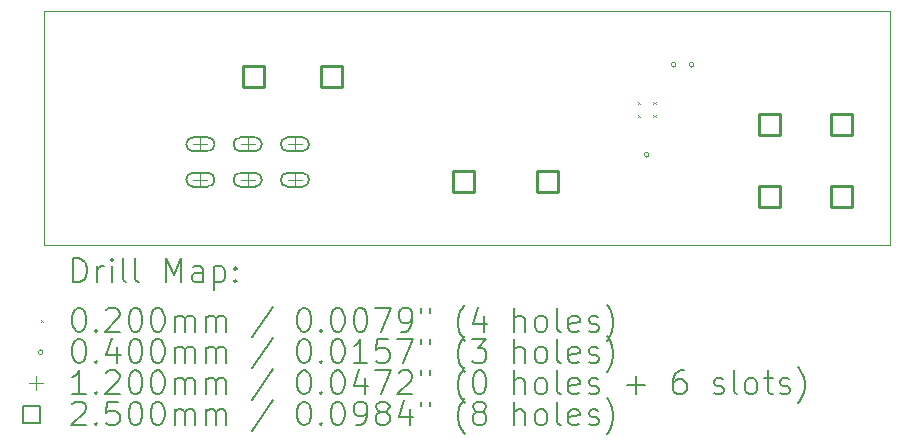
<source format=gbr>
%TF.GenerationSoftware,KiCad,Pcbnew,6.0.8-f2edbf62ab~116~ubuntu20.04.1*%
%TF.CreationDate,2022-11-14T20:51:57-05:00*%
%TF.ProjectId,solar_lights,736f6c61-725f-46c6-9967-6874732e6b69,rev?*%
%TF.SameCoordinates,Original*%
%TF.FileFunction,Drillmap*%
%TF.FilePolarity,Positive*%
%FSLAX45Y45*%
G04 Gerber Fmt 4.5, Leading zero omitted, Abs format (unit mm)*
G04 Created by KiCad (PCBNEW 6.0.8-f2edbf62ab~116~ubuntu20.04.1) date 2022-11-14 20:51:57*
%MOMM*%
%LPD*%
G01*
G04 APERTURE LIST*
%ADD10C,0.100000*%
%ADD11C,0.200000*%
%ADD12C,0.020000*%
%ADD13C,0.040000*%
%ADD14C,0.120000*%
%ADD15C,0.250000*%
G04 APERTURE END LIST*
D10*
X19304000Y-11684000D02*
X12141200Y-11684000D01*
X12141200Y-11684000D02*
X12141200Y-9702800D01*
X12141200Y-9702800D02*
X19304000Y-9702800D01*
X19304000Y-9702800D02*
X19304000Y-11684000D01*
D11*
D12*
X17171600Y-10476000D02*
X17191600Y-10496000D01*
X17191600Y-10476000D02*
X17171600Y-10496000D01*
X17171600Y-10586000D02*
X17191600Y-10606000D01*
X17191600Y-10586000D02*
X17171600Y-10606000D01*
X17301600Y-10476000D02*
X17321600Y-10496000D01*
X17321600Y-10476000D02*
X17301600Y-10496000D01*
X17301600Y-10586000D02*
X17321600Y-10606000D01*
X17321600Y-10586000D02*
X17301600Y-10606000D01*
D13*
X17266600Y-10922000D02*
G75*
G03*
X17266600Y-10922000I-20000J0D01*
G01*
X17495200Y-10160000D02*
G75*
G03*
X17495200Y-10160000I-20000J0D01*
G01*
X17647600Y-10160000D02*
G75*
G03*
X17647600Y-10160000I-20000J0D01*
G01*
D14*
X13468350Y-10773100D02*
X13468350Y-10893100D01*
X13408350Y-10833100D02*
X13528350Y-10833100D01*
D11*
X13528350Y-10773100D02*
X13408350Y-10773100D01*
X13528350Y-10893100D02*
X13408350Y-10893100D01*
X13408350Y-10773100D02*
G75*
G03*
X13408350Y-10893100I0J-60000D01*
G01*
X13528350Y-10893100D02*
G75*
G03*
X13528350Y-10773100I0J60000D01*
G01*
D14*
X13468350Y-11073100D02*
X13468350Y-11193100D01*
X13408350Y-11133100D02*
X13528350Y-11133100D01*
D11*
X13528350Y-11073100D02*
X13408350Y-11073100D01*
X13528350Y-11193100D02*
X13408350Y-11193100D01*
X13408350Y-11073100D02*
G75*
G03*
X13408350Y-11193100I0J-60000D01*
G01*
X13528350Y-11193100D02*
G75*
G03*
X13528350Y-11073100I0J60000D01*
G01*
D14*
X13868350Y-10773100D02*
X13868350Y-10893100D01*
X13808350Y-10833100D02*
X13928350Y-10833100D01*
D11*
X13928350Y-10773100D02*
X13808350Y-10773100D01*
X13928350Y-10893100D02*
X13808350Y-10893100D01*
X13808350Y-10773100D02*
G75*
G03*
X13808350Y-10893100I0J-60000D01*
G01*
X13928350Y-10893100D02*
G75*
G03*
X13928350Y-10773100I0J60000D01*
G01*
D14*
X13868350Y-11073100D02*
X13868350Y-11193100D01*
X13808350Y-11133100D02*
X13928350Y-11133100D01*
D11*
X13928350Y-11073100D02*
X13808350Y-11073100D01*
X13928350Y-11193100D02*
X13808350Y-11193100D01*
X13808350Y-11073100D02*
G75*
G03*
X13808350Y-11193100I0J-60000D01*
G01*
X13928350Y-11193100D02*
G75*
G03*
X13928350Y-11073100I0J60000D01*
G01*
D14*
X14268350Y-10773100D02*
X14268350Y-10893100D01*
X14208350Y-10833100D02*
X14328350Y-10833100D01*
D11*
X14328350Y-10773100D02*
X14208350Y-10773100D01*
X14328350Y-10893100D02*
X14208350Y-10893100D01*
X14208350Y-10773100D02*
G75*
G03*
X14208350Y-10893100I0J-60000D01*
G01*
X14328350Y-10893100D02*
G75*
G03*
X14328350Y-10773100I0J60000D01*
G01*
D14*
X14268350Y-11073100D02*
X14268350Y-11193100D01*
X14208350Y-11133100D02*
X14328350Y-11133100D01*
D11*
X14328350Y-11073100D02*
X14208350Y-11073100D01*
X14328350Y-11193100D02*
X14208350Y-11193100D01*
X14208350Y-11073100D02*
G75*
G03*
X14208350Y-11193100I0J-60000D01*
G01*
X14328350Y-11193100D02*
G75*
G03*
X14328350Y-11073100I0J60000D01*
G01*
D15*
X14007589Y-10349989D02*
X14007589Y-10173211D01*
X13830811Y-10173211D01*
X13830811Y-10349989D01*
X14007589Y-10349989D01*
X14667989Y-10349989D02*
X14667989Y-10173211D01*
X14491211Y-10173211D01*
X14491211Y-10349989D01*
X14667989Y-10349989D01*
X15785589Y-11238989D02*
X15785589Y-11062211D01*
X15608811Y-11062211D01*
X15608811Y-11238989D01*
X15785589Y-11238989D01*
X16496789Y-11238989D02*
X16496789Y-11062211D01*
X16320011Y-11062211D01*
X16320011Y-11238989D01*
X16496789Y-11238989D01*
X18376389Y-10756389D02*
X18376389Y-10579611D01*
X18199611Y-10579611D01*
X18199611Y-10756389D01*
X18376389Y-10756389D01*
X18376389Y-11365989D02*
X18376389Y-11189211D01*
X18199611Y-11189211D01*
X18199611Y-11365989D01*
X18376389Y-11365989D01*
X18985989Y-10756389D02*
X18985989Y-10579611D01*
X18809211Y-10579611D01*
X18809211Y-10756389D01*
X18985989Y-10756389D01*
X18985989Y-11365989D02*
X18985989Y-11189211D01*
X18809211Y-11189211D01*
X18809211Y-11365989D01*
X18985989Y-11365989D01*
D11*
X12393819Y-11999476D02*
X12393819Y-11799476D01*
X12441438Y-11799476D01*
X12470009Y-11809000D01*
X12489057Y-11828048D01*
X12498581Y-11847095D01*
X12508105Y-11885190D01*
X12508105Y-11913762D01*
X12498581Y-11951857D01*
X12489057Y-11970905D01*
X12470009Y-11989952D01*
X12441438Y-11999476D01*
X12393819Y-11999476D01*
X12593819Y-11999476D02*
X12593819Y-11866143D01*
X12593819Y-11904238D02*
X12603343Y-11885190D01*
X12612867Y-11875667D01*
X12631914Y-11866143D01*
X12650962Y-11866143D01*
X12717628Y-11999476D02*
X12717628Y-11866143D01*
X12717628Y-11799476D02*
X12708105Y-11809000D01*
X12717628Y-11818524D01*
X12727152Y-11809000D01*
X12717628Y-11799476D01*
X12717628Y-11818524D01*
X12841438Y-11999476D02*
X12822390Y-11989952D01*
X12812867Y-11970905D01*
X12812867Y-11799476D01*
X12946200Y-11999476D02*
X12927152Y-11989952D01*
X12917628Y-11970905D01*
X12917628Y-11799476D01*
X13174771Y-11999476D02*
X13174771Y-11799476D01*
X13241438Y-11942333D01*
X13308105Y-11799476D01*
X13308105Y-11999476D01*
X13489057Y-11999476D02*
X13489057Y-11894714D01*
X13479533Y-11875667D01*
X13460486Y-11866143D01*
X13422390Y-11866143D01*
X13403343Y-11875667D01*
X13489057Y-11989952D02*
X13470009Y-11999476D01*
X13422390Y-11999476D01*
X13403343Y-11989952D01*
X13393819Y-11970905D01*
X13393819Y-11951857D01*
X13403343Y-11932809D01*
X13422390Y-11923286D01*
X13470009Y-11923286D01*
X13489057Y-11913762D01*
X13584295Y-11866143D02*
X13584295Y-12066143D01*
X13584295Y-11875667D02*
X13603343Y-11866143D01*
X13641438Y-11866143D01*
X13660486Y-11875667D01*
X13670009Y-11885190D01*
X13679533Y-11904238D01*
X13679533Y-11961381D01*
X13670009Y-11980428D01*
X13660486Y-11989952D01*
X13641438Y-11999476D01*
X13603343Y-11999476D01*
X13584295Y-11989952D01*
X13765248Y-11980428D02*
X13774771Y-11989952D01*
X13765248Y-11999476D01*
X13755724Y-11989952D01*
X13765248Y-11980428D01*
X13765248Y-11999476D01*
X13765248Y-11875667D02*
X13774771Y-11885190D01*
X13765248Y-11894714D01*
X13755724Y-11885190D01*
X13765248Y-11875667D01*
X13765248Y-11894714D01*
D12*
X12116200Y-12319000D02*
X12136200Y-12339000D01*
X12136200Y-12319000D02*
X12116200Y-12339000D01*
D11*
X12431914Y-12219476D02*
X12450962Y-12219476D01*
X12470009Y-12229000D01*
X12479533Y-12238524D01*
X12489057Y-12257571D01*
X12498581Y-12295667D01*
X12498581Y-12343286D01*
X12489057Y-12381381D01*
X12479533Y-12400428D01*
X12470009Y-12409952D01*
X12450962Y-12419476D01*
X12431914Y-12419476D01*
X12412867Y-12409952D01*
X12403343Y-12400428D01*
X12393819Y-12381381D01*
X12384295Y-12343286D01*
X12384295Y-12295667D01*
X12393819Y-12257571D01*
X12403343Y-12238524D01*
X12412867Y-12229000D01*
X12431914Y-12219476D01*
X12584295Y-12400428D02*
X12593819Y-12409952D01*
X12584295Y-12419476D01*
X12574771Y-12409952D01*
X12584295Y-12400428D01*
X12584295Y-12419476D01*
X12670009Y-12238524D02*
X12679533Y-12229000D01*
X12698581Y-12219476D01*
X12746200Y-12219476D01*
X12765248Y-12229000D01*
X12774771Y-12238524D01*
X12784295Y-12257571D01*
X12784295Y-12276619D01*
X12774771Y-12305190D01*
X12660486Y-12419476D01*
X12784295Y-12419476D01*
X12908105Y-12219476D02*
X12927152Y-12219476D01*
X12946200Y-12229000D01*
X12955724Y-12238524D01*
X12965248Y-12257571D01*
X12974771Y-12295667D01*
X12974771Y-12343286D01*
X12965248Y-12381381D01*
X12955724Y-12400428D01*
X12946200Y-12409952D01*
X12927152Y-12419476D01*
X12908105Y-12419476D01*
X12889057Y-12409952D01*
X12879533Y-12400428D01*
X12870009Y-12381381D01*
X12860486Y-12343286D01*
X12860486Y-12295667D01*
X12870009Y-12257571D01*
X12879533Y-12238524D01*
X12889057Y-12229000D01*
X12908105Y-12219476D01*
X13098581Y-12219476D02*
X13117628Y-12219476D01*
X13136676Y-12229000D01*
X13146200Y-12238524D01*
X13155724Y-12257571D01*
X13165248Y-12295667D01*
X13165248Y-12343286D01*
X13155724Y-12381381D01*
X13146200Y-12400428D01*
X13136676Y-12409952D01*
X13117628Y-12419476D01*
X13098581Y-12419476D01*
X13079533Y-12409952D01*
X13070009Y-12400428D01*
X13060486Y-12381381D01*
X13050962Y-12343286D01*
X13050962Y-12295667D01*
X13060486Y-12257571D01*
X13070009Y-12238524D01*
X13079533Y-12229000D01*
X13098581Y-12219476D01*
X13250962Y-12419476D02*
X13250962Y-12286143D01*
X13250962Y-12305190D02*
X13260486Y-12295667D01*
X13279533Y-12286143D01*
X13308105Y-12286143D01*
X13327152Y-12295667D01*
X13336676Y-12314714D01*
X13336676Y-12419476D01*
X13336676Y-12314714D02*
X13346200Y-12295667D01*
X13365248Y-12286143D01*
X13393819Y-12286143D01*
X13412867Y-12295667D01*
X13422390Y-12314714D01*
X13422390Y-12419476D01*
X13517628Y-12419476D02*
X13517628Y-12286143D01*
X13517628Y-12305190D02*
X13527152Y-12295667D01*
X13546200Y-12286143D01*
X13574771Y-12286143D01*
X13593819Y-12295667D01*
X13603343Y-12314714D01*
X13603343Y-12419476D01*
X13603343Y-12314714D02*
X13612867Y-12295667D01*
X13631914Y-12286143D01*
X13660486Y-12286143D01*
X13679533Y-12295667D01*
X13689057Y-12314714D01*
X13689057Y-12419476D01*
X14079533Y-12209952D02*
X13908105Y-12467095D01*
X14336676Y-12219476D02*
X14355724Y-12219476D01*
X14374771Y-12229000D01*
X14384295Y-12238524D01*
X14393819Y-12257571D01*
X14403343Y-12295667D01*
X14403343Y-12343286D01*
X14393819Y-12381381D01*
X14384295Y-12400428D01*
X14374771Y-12409952D01*
X14355724Y-12419476D01*
X14336676Y-12419476D01*
X14317628Y-12409952D01*
X14308105Y-12400428D01*
X14298581Y-12381381D01*
X14289057Y-12343286D01*
X14289057Y-12295667D01*
X14298581Y-12257571D01*
X14308105Y-12238524D01*
X14317628Y-12229000D01*
X14336676Y-12219476D01*
X14489057Y-12400428D02*
X14498581Y-12409952D01*
X14489057Y-12419476D01*
X14479533Y-12409952D01*
X14489057Y-12400428D01*
X14489057Y-12419476D01*
X14622390Y-12219476D02*
X14641438Y-12219476D01*
X14660486Y-12229000D01*
X14670009Y-12238524D01*
X14679533Y-12257571D01*
X14689057Y-12295667D01*
X14689057Y-12343286D01*
X14679533Y-12381381D01*
X14670009Y-12400428D01*
X14660486Y-12409952D01*
X14641438Y-12419476D01*
X14622390Y-12419476D01*
X14603343Y-12409952D01*
X14593819Y-12400428D01*
X14584295Y-12381381D01*
X14574771Y-12343286D01*
X14574771Y-12295667D01*
X14584295Y-12257571D01*
X14593819Y-12238524D01*
X14603343Y-12229000D01*
X14622390Y-12219476D01*
X14812867Y-12219476D02*
X14831914Y-12219476D01*
X14850962Y-12229000D01*
X14860486Y-12238524D01*
X14870009Y-12257571D01*
X14879533Y-12295667D01*
X14879533Y-12343286D01*
X14870009Y-12381381D01*
X14860486Y-12400428D01*
X14850962Y-12409952D01*
X14831914Y-12419476D01*
X14812867Y-12419476D01*
X14793819Y-12409952D01*
X14784295Y-12400428D01*
X14774771Y-12381381D01*
X14765248Y-12343286D01*
X14765248Y-12295667D01*
X14774771Y-12257571D01*
X14784295Y-12238524D01*
X14793819Y-12229000D01*
X14812867Y-12219476D01*
X14946200Y-12219476D02*
X15079533Y-12219476D01*
X14993819Y-12419476D01*
X15165248Y-12419476D02*
X15203343Y-12419476D01*
X15222390Y-12409952D01*
X15231914Y-12400428D01*
X15250962Y-12371857D01*
X15260486Y-12333762D01*
X15260486Y-12257571D01*
X15250962Y-12238524D01*
X15241438Y-12229000D01*
X15222390Y-12219476D01*
X15184295Y-12219476D01*
X15165248Y-12229000D01*
X15155724Y-12238524D01*
X15146200Y-12257571D01*
X15146200Y-12305190D01*
X15155724Y-12324238D01*
X15165248Y-12333762D01*
X15184295Y-12343286D01*
X15222390Y-12343286D01*
X15241438Y-12333762D01*
X15250962Y-12324238D01*
X15260486Y-12305190D01*
X15336676Y-12219476D02*
X15336676Y-12257571D01*
X15412867Y-12219476D02*
X15412867Y-12257571D01*
X15708105Y-12495667D02*
X15698581Y-12486143D01*
X15679533Y-12457571D01*
X15670009Y-12438524D01*
X15660486Y-12409952D01*
X15650962Y-12362333D01*
X15650962Y-12324238D01*
X15660486Y-12276619D01*
X15670009Y-12248048D01*
X15679533Y-12229000D01*
X15698581Y-12200428D01*
X15708105Y-12190905D01*
X15870009Y-12286143D02*
X15870009Y-12419476D01*
X15822390Y-12209952D02*
X15774771Y-12352809D01*
X15898581Y-12352809D01*
X16127152Y-12419476D02*
X16127152Y-12219476D01*
X16212867Y-12419476D02*
X16212867Y-12314714D01*
X16203343Y-12295667D01*
X16184295Y-12286143D01*
X16155724Y-12286143D01*
X16136676Y-12295667D01*
X16127152Y-12305190D01*
X16336676Y-12419476D02*
X16317628Y-12409952D01*
X16308105Y-12400428D01*
X16298581Y-12381381D01*
X16298581Y-12324238D01*
X16308105Y-12305190D01*
X16317628Y-12295667D01*
X16336676Y-12286143D01*
X16365248Y-12286143D01*
X16384295Y-12295667D01*
X16393819Y-12305190D01*
X16403343Y-12324238D01*
X16403343Y-12381381D01*
X16393819Y-12400428D01*
X16384295Y-12409952D01*
X16365248Y-12419476D01*
X16336676Y-12419476D01*
X16517628Y-12419476D02*
X16498581Y-12409952D01*
X16489057Y-12390905D01*
X16489057Y-12219476D01*
X16670009Y-12409952D02*
X16650962Y-12419476D01*
X16612867Y-12419476D01*
X16593819Y-12409952D01*
X16584295Y-12390905D01*
X16584295Y-12314714D01*
X16593819Y-12295667D01*
X16612867Y-12286143D01*
X16650962Y-12286143D01*
X16670009Y-12295667D01*
X16679533Y-12314714D01*
X16679533Y-12333762D01*
X16584295Y-12352809D01*
X16755724Y-12409952D02*
X16774771Y-12419476D01*
X16812867Y-12419476D01*
X16831914Y-12409952D01*
X16841438Y-12390905D01*
X16841438Y-12381381D01*
X16831914Y-12362333D01*
X16812867Y-12352809D01*
X16784295Y-12352809D01*
X16765248Y-12343286D01*
X16755724Y-12324238D01*
X16755724Y-12314714D01*
X16765248Y-12295667D01*
X16784295Y-12286143D01*
X16812867Y-12286143D01*
X16831914Y-12295667D01*
X16908105Y-12495667D02*
X16917629Y-12486143D01*
X16936676Y-12457571D01*
X16946200Y-12438524D01*
X16955724Y-12409952D01*
X16965248Y-12362333D01*
X16965248Y-12324238D01*
X16955724Y-12276619D01*
X16946200Y-12248048D01*
X16936676Y-12229000D01*
X16917629Y-12200428D01*
X16908105Y-12190905D01*
D13*
X12136200Y-12593000D02*
G75*
G03*
X12136200Y-12593000I-20000J0D01*
G01*
D11*
X12431914Y-12483476D02*
X12450962Y-12483476D01*
X12470009Y-12493000D01*
X12479533Y-12502524D01*
X12489057Y-12521571D01*
X12498581Y-12559667D01*
X12498581Y-12607286D01*
X12489057Y-12645381D01*
X12479533Y-12664428D01*
X12470009Y-12673952D01*
X12450962Y-12683476D01*
X12431914Y-12683476D01*
X12412867Y-12673952D01*
X12403343Y-12664428D01*
X12393819Y-12645381D01*
X12384295Y-12607286D01*
X12384295Y-12559667D01*
X12393819Y-12521571D01*
X12403343Y-12502524D01*
X12412867Y-12493000D01*
X12431914Y-12483476D01*
X12584295Y-12664428D02*
X12593819Y-12673952D01*
X12584295Y-12683476D01*
X12574771Y-12673952D01*
X12584295Y-12664428D01*
X12584295Y-12683476D01*
X12765248Y-12550143D02*
X12765248Y-12683476D01*
X12717628Y-12473952D02*
X12670009Y-12616809D01*
X12793819Y-12616809D01*
X12908105Y-12483476D02*
X12927152Y-12483476D01*
X12946200Y-12493000D01*
X12955724Y-12502524D01*
X12965248Y-12521571D01*
X12974771Y-12559667D01*
X12974771Y-12607286D01*
X12965248Y-12645381D01*
X12955724Y-12664428D01*
X12946200Y-12673952D01*
X12927152Y-12683476D01*
X12908105Y-12683476D01*
X12889057Y-12673952D01*
X12879533Y-12664428D01*
X12870009Y-12645381D01*
X12860486Y-12607286D01*
X12860486Y-12559667D01*
X12870009Y-12521571D01*
X12879533Y-12502524D01*
X12889057Y-12493000D01*
X12908105Y-12483476D01*
X13098581Y-12483476D02*
X13117628Y-12483476D01*
X13136676Y-12493000D01*
X13146200Y-12502524D01*
X13155724Y-12521571D01*
X13165248Y-12559667D01*
X13165248Y-12607286D01*
X13155724Y-12645381D01*
X13146200Y-12664428D01*
X13136676Y-12673952D01*
X13117628Y-12683476D01*
X13098581Y-12683476D01*
X13079533Y-12673952D01*
X13070009Y-12664428D01*
X13060486Y-12645381D01*
X13050962Y-12607286D01*
X13050962Y-12559667D01*
X13060486Y-12521571D01*
X13070009Y-12502524D01*
X13079533Y-12493000D01*
X13098581Y-12483476D01*
X13250962Y-12683476D02*
X13250962Y-12550143D01*
X13250962Y-12569190D02*
X13260486Y-12559667D01*
X13279533Y-12550143D01*
X13308105Y-12550143D01*
X13327152Y-12559667D01*
X13336676Y-12578714D01*
X13336676Y-12683476D01*
X13336676Y-12578714D02*
X13346200Y-12559667D01*
X13365248Y-12550143D01*
X13393819Y-12550143D01*
X13412867Y-12559667D01*
X13422390Y-12578714D01*
X13422390Y-12683476D01*
X13517628Y-12683476D02*
X13517628Y-12550143D01*
X13517628Y-12569190D02*
X13527152Y-12559667D01*
X13546200Y-12550143D01*
X13574771Y-12550143D01*
X13593819Y-12559667D01*
X13603343Y-12578714D01*
X13603343Y-12683476D01*
X13603343Y-12578714D02*
X13612867Y-12559667D01*
X13631914Y-12550143D01*
X13660486Y-12550143D01*
X13679533Y-12559667D01*
X13689057Y-12578714D01*
X13689057Y-12683476D01*
X14079533Y-12473952D02*
X13908105Y-12731095D01*
X14336676Y-12483476D02*
X14355724Y-12483476D01*
X14374771Y-12493000D01*
X14384295Y-12502524D01*
X14393819Y-12521571D01*
X14403343Y-12559667D01*
X14403343Y-12607286D01*
X14393819Y-12645381D01*
X14384295Y-12664428D01*
X14374771Y-12673952D01*
X14355724Y-12683476D01*
X14336676Y-12683476D01*
X14317628Y-12673952D01*
X14308105Y-12664428D01*
X14298581Y-12645381D01*
X14289057Y-12607286D01*
X14289057Y-12559667D01*
X14298581Y-12521571D01*
X14308105Y-12502524D01*
X14317628Y-12493000D01*
X14336676Y-12483476D01*
X14489057Y-12664428D02*
X14498581Y-12673952D01*
X14489057Y-12683476D01*
X14479533Y-12673952D01*
X14489057Y-12664428D01*
X14489057Y-12683476D01*
X14622390Y-12483476D02*
X14641438Y-12483476D01*
X14660486Y-12493000D01*
X14670009Y-12502524D01*
X14679533Y-12521571D01*
X14689057Y-12559667D01*
X14689057Y-12607286D01*
X14679533Y-12645381D01*
X14670009Y-12664428D01*
X14660486Y-12673952D01*
X14641438Y-12683476D01*
X14622390Y-12683476D01*
X14603343Y-12673952D01*
X14593819Y-12664428D01*
X14584295Y-12645381D01*
X14574771Y-12607286D01*
X14574771Y-12559667D01*
X14584295Y-12521571D01*
X14593819Y-12502524D01*
X14603343Y-12493000D01*
X14622390Y-12483476D01*
X14879533Y-12683476D02*
X14765248Y-12683476D01*
X14822390Y-12683476D02*
X14822390Y-12483476D01*
X14803343Y-12512048D01*
X14784295Y-12531095D01*
X14765248Y-12540619D01*
X15060486Y-12483476D02*
X14965248Y-12483476D01*
X14955724Y-12578714D01*
X14965248Y-12569190D01*
X14984295Y-12559667D01*
X15031914Y-12559667D01*
X15050962Y-12569190D01*
X15060486Y-12578714D01*
X15070009Y-12597762D01*
X15070009Y-12645381D01*
X15060486Y-12664428D01*
X15050962Y-12673952D01*
X15031914Y-12683476D01*
X14984295Y-12683476D01*
X14965248Y-12673952D01*
X14955724Y-12664428D01*
X15136676Y-12483476D02*
X15270009Y-12483476D01*
X15184295Y-12683476D01*
X15336676Y-12483476D02*
X15336676Y-12521571D01*
X15412867Y-12483476D02*
X15412867Y-12521571D01*
X15708105Y-12759667D02*
X15698581Y-12750143D01*
X15679533Y-12721571D01*
X15670009Y-12702524D01*
X15660486Y-12673952D01*
X15650962Y-12626333D01*
X15650962Y-12588238D01*
X15660486Y-12540619D01*
X15670009Y-12512048D01*
X15679533Y-12493000D01*
X15698581Y-12464428D01*
X15708105Y-12454905D01*
X15765248Y-12483476D02*
X15889057Y-12483476D01*
X15822390Y-12559667D01*
X15850962Y-12559667D01*
X15870009Y-12569190D01*
X15879533Y-12578714D01*
X15889057Y-12597762D01*
X15889057Y-12645381D01*
X15879533Y-12664428D01*
X15870009Y-12673952D01*
X15850962Y-12683476D01*
X15793819Y-12683476D01*
X15774771Y-12673952D01*
X15765248Y-12664428D01*
X16127152Y-12683476D02*
X16127152Y-12483476D01*
X16212867Y-12683476D02*
X16212867Y-12578714D01*
X16203343Y-12559667D01*
X16184295Y-12550143D01*
X16155724Y-12550143D01*
X16136676Y-12559667D01*
X16127152Y-12569190D01*
X16336676Y-12683476D02*
X16317628Y-12673952D01*
X16308105Y-12664428D01*
X16298581Y-12645381D01*
X16298581Y-12588238D01*
X16308105Y-12569190D01*
X16317628Y-12559667D01*
X16336676Y-12550143D01*
X16365248Y-12550143D01*
X16384295Y-12559667D01*
X16393819Y-12569190D01*
X16403343Y-12588238D01*
X16403343Y-12645381D01*
X16393819Y-12664428D01*
X16384295Y-12673952D01*
X16365248Y-12683476D01*
X16336676Y-12683476D01*
X16517628Y-12683476D02*
X16498581Y-12673952D01*
X16489057Y-12654905D01*
X16489057Y-12483476D01*
X16670009Y-12673952D02*
X16650962Y-12683476D01*
X16612867Y-12683476D01*
X16593819Y-12673952D01*
X16584295Y-12654905D01*
X16584295Y-12578714D01*
X16593819Y-12559667D01*
X16612867Y-12550143D01*
X16650962Y-12550143D01*
X16670009Y-12559667D01*
X16679533Y-12578714D01*
X16679533Y-12597762D01*
X16584295Y-12616809D01*
X16755724Y-12673952D02*
X16774771Y-12683476D01*
X16812867Y-12683476D01*
X16831914Y-12673952D01*
X16841438Y-12654905D01*
X16841438Y-12645381D01*
X16831914Y-12626333D01*
X16812867Y-12616809D01*
X16784295Y-12616809D01*
X16765248Y-12607286D01*
X16755724Y-12588238D01*
X16755724Y-12578714D01*
X16765248Y-12559667D01*
X16784295Y-12550143D01*
X16812867Y-12550143D01*
X16831914Y-12559667D01*
X16908105Y-12759667D02*
X16917629Y-12750143D01*
X16936676Y-12721571D01*
X16946200Y-12702524D01*
X16955724Y-12673952D01*
X16965248Y-12626333D01*
X16965248Y-12588238D01*
X16955724Y-12540619D01*
X16946200Y-12512048D01*
X16936676Y-12493000D01*
X16917629Y-12464428D01*
X16908105Y-12454905D01*
D14*
X12076200Y-12797000D02*
X12076200Y-12917000D01*
X12016200Y-12857000D02*
X12136200Y-12857000D01*
D11*
X12498581Y-12947476D02*
X12384295Y-12947476D01*
X12441438Y-12947476D02*
X12441438Y-12747476D01*
X12422390Y-12776048D01*
X12403343Y-12795095D01*
X12384295Y-12804619D01*
X12584295Y-12928428D02*
X12593819Y-12937952D01*
X12584295Y-12947476D01*
X12574771Y-12937952D01*
X12584295Y-12928428D01*
X12584295Y-12947476D01*
X12670009Y-12766524D02*
X12679533Y-12757000D01*
X12698581Y-12747476D01*
X12746200Y-12747476D01*
X12765248Y-12757000D01*
X12774771Y-12766524D01*
X12784295Y-12785571D01*
X12784295Y-12804619D01*
X12774771Y-12833190D01*
X12660486Y-12947476D01*
X12784295Y-12947476D01*
X12908105Y-12747476D02*
X12927152Y-12747476D01*
X12946200Y-12757000D01*
X12955724Y-12766524D01*
X12965248Y-12785571D01*
X12974771Y-12823667D01*
X12974771Y-12871286D01*
X12965248Y-12909381D01*
X12955724Y-12928428D01*
X12946200Y-12937952D01*
X12927152Y-12947476D01*
X12908105Y-12947476D01*
X12889057Y-12937952D01*
X12879533Y-12928428D01*
X12870009Y-12909381D01*
X12860486Y-12871286D01*
X12860486Y-12823667D01*
X12870009Y-12785571D01*
X12879533Y-12766524D01*
X12889057Y-12757000D01*
X12908105Y-12747476D01*
X13098581Y-12747476D02*
X13117628Y-12747476D01*
X13136676Y-12757000D01*
X13146200Y-12766524D01*
X13155724Y-12785571D01*
X13165248Y-12823667D01*
X13165248Y-12871286D01*
X13155724Y-12909381D01*
X13146200Y-12928428D01*
X13136676Y-12937952D01*
X13117628Y-12947476D01*
X13098581Y-12947476D01*
X13079533Y-12937952D01*
X13070009Y-12928428D01*
X13060486Y-12909381D01*
X13050962Y-12871286D01*
X13050962Y-12823667D01*
X13060486Y-12785571D01*
X13070009Y-12766524D01*
X13079533Y-12757000D01*
X13098581Y-12747476D01*
X13250962Y-12947476D02*
X13250962Y-12814143D01*
X13250962Y-12833190D02*
X13260486Y-12823667D01*
X13279533Y-12814143D01*
X13308105Y-12814143D01*
X13327152Y-12823667D01*
X13336676Y-12842714D01*
X13336676Y-12947476D01*
X13336676Y-12842714D02*
X13346200Y-12823667D01*
X13365248Y-12814143D01*
X13393819Y-12814143D01*
X13412867Y-12823667D01*
X13422390Y-12842714D01*
X13422390Y-12947476D01*
X13517628Y-12947476D02*
X13517628Y-12814143D01*
X13517628Y-12833190D02*
X13527152Y-12823667D01*
X13546200Y-12814143D01*
X13574771Y-12814143D01*
X13593819Y-12823667D01*
X13603343Y-12842714D01*
X13603343Y-12947476D01*
X13603343Y-12842714D02*
X13612867Y-12823667D01*
X13631914Y-12814143D01*
X13660486Y-12814143D01*
X13679533Y-12823667D01*
X13689057Y-12842714D01*
X13689057Y-12947476D01*
X14079533Y-12737952D02*
X13908105Y-12995095D01*
X14336676Y-12747476D02*
X14355724Y-12747476D01*
X14374771Y-12757000D01*
X14384295Y-12766524D01*
X14393819Y-12785571D01*
X14403343Y-12823667D01*
X14403343Y-12871286D01*
X14393819Y-12909381D01*
X14384295Y-12928428D01*
X14374771Y-12937952D01*
X14355724Y-12947476D01*
X14336676Y-12947476D01*
X14317628Y-12937952D01*
X14308105Y-12928428D01*
X14298581Y-12909381D01*
X14289057Y-12871286D01*
X14289057Y-12823667D01*
X14298581Y-12785571D01*
X14308105Y-12766524D01*
X14317628Y-12757000D01*
X14336676Y-12747476D01*
X14489057Y-12928428D02*
X14498581Y-12937952D01*
X14489057Y-12947476D01*
X14479533Y-12937952D01*
X14489057Y-12928428D01*
X14489057Y-12947476D01*
X14622390Y-12747476D02*
X14641438Y-12747476D01*
X14660486Y-12757000D01*
X14670009Y-12766524D01*
X14679533Y-12785571D01*
X14689057Y-12823667D01*
X14689057Y-12871286D01*
X14679533Y-12909381D01*
X14670009Y-12928428D01*
X14660486Y-12937952D01*
X14641438Y-12947476D01*
X14622390Y-12947476D01*
X14603343Y-12937952D01*
X14593819Y-12928428D01*
X14584295Y-12909381D01*
X14574771Y-12871286D01*
X14574771Y-12823667D01*
X14584295Y-12785571D01*
X14593819Y-12766524D01*
X14603343Y-12757000D01*
X14622390Y-12747476D01*
X14860486Y-12814143D02*
X14860486Y-12947476D01*
X14812867Y-12737952D02*
X14765248Y-12880809D01*
X14889057Y-12880809D01*
X14946200Y-12747476D02*
X15079533Y-12747476D01*
X14993819Y-12947476D01*
X15146200Y-12766524D02*
X15155724Y-12757000D01*
X15174771Y-12747476D01*
X15222390Y-12747476D01*
X15241438Y-12757000D01*
X15250962Y-12766524D01*
X15260486Y-12785571D01*
X15260486Y-12804619D01*
X15250962Y-12833190D01*
X15136676Y-12947476D01*
X15260486Y-12947476D01*
X15336676Y-12747476D02*
X15336676Y-12785571D01*
X15412867Y-12747476D02*
X15412867Y-12785571D01*
X15708105Y-13023667D02*
X15698581Y-13014143D01*
X15679533Y-12985571D01*
X15670009Y-12966524D01*
X15660486Y-12937952D01*
X15650962Y-12890333D01*
X15650962Y-12852238D01*
X15660486Y-12804619D01*
X15670009Y-12776048D01*
X15679533Y-12757000D01*
X15698581Y-12728428D01*
X15708105Y-12718905D01*
X15822390Y-12747476D02*
X15841438Y-12747476D01*
X15860486Y-12757000D01*
X15870009Y-12766524D01*
X15879533Y-12785571D01*
X15889057Y-12823667D01*
X15889057Y-12871286D01*
X15879533Y-12909381D01*
X15870009Y-12928428D01*
X15860486Y-12937952D01*
X15841438Y-12947476D01*
X15822390Y-12947476D01*
X15803343Y-12937952D01*
X15793819Y-12928428D01*
X15784295Y-12909381D01*
X15774771Y-12871286D01*
X15774771Y-12823667D01*
X15784295Y-12785571D01*
X15793819Y-12766524D01*
X15803343Y-12757000D01*
X15822390Y-12747476D01*
X16127152Y-12947476D02*
X16127152Y-12747476D01*
X16212867Y-12947476D02*
X16212867Y-12842714D01*
X16203343Y-12823667D01*
X16184295Y-12814143D01*
X16155724Y-12814143D01*
X16136676Y-12823667D01*
X16127152Y-12833190D01*
X16336676Y-12947476D02*
X16317628Y-12937952D01*
X16308105Y-12928428D01*
X16298581Y-12909381D01*
X16298581Y-12852238D01*
X16308105Y-12833190D01*
X16317628Y-12823667D01*
X16336676Y-12814143D01*
X16365248Y-12814143D01*
X16384295Y-12823667D01*
X16393819Y-12833190D01*
X16403343Y-12852238D01*
X16403343Y-12909381D01*
X16393819Y-12928428D01*
X16384295Y-12937952D01*
X16365248Y-12947476D01*
X16336676Y-12947476D01*
X16517628Y-12947476D02*
X16498581Y-12937952D01*
X16489057Y-12918905D01*
X16489057Y-12747476D01*
X16670009Y-12937952D02*
X16650962Y-12947476D01*
X16612867Y-12947476D01*
X16593819Y-12937952D01*
X16584295Y-12918905D01*
X16584295Y-12842714D01*
X16593819Y-12823667D01*
X16612867Y-12814143D01*
X16650962Y-12814143D01*
X16670009Y-12823667D01*
X16679533Y-12842714D01*
X16679533Y-12861762D01*
X16584295Y-12880809D01*
X16755724Y-12937952D02*
X16774771Y-12947476D01*
X16812867Y-12947476D01*
X16831914Y-12937952D01*
X16841438Y-12918905D01*
X16841438Y-12909381D01*
X16831914Y-12890333D01*
X16812867Y-12880809D01*
X16784295Y-12880809D01*
X16765248Y-12871286D01*
X16755724Y-12852238D01*
X16755724Y-12842714D01*
X16765248Y-12823667D01*
X16784295Y-12814143D01*
X16812867Y-12814143D01*
X16831914Y-12823667D01*
X17079533Y-12871286D02*
X17231914Y-12871286D01*
X17155724Y-12947476D02*
X17155724Y-12795095D01*
X17565248Y-12747476D02*
X17527152Y-12747476D01*
X17508105Y-12757000D01*
X17498581Y-12766524D01*
X17479533Y-12795095D01*
X17470010Y-12833190D01*
X17470010Y-12909381D01*
X17479533Y-12928428D01*
X17489057Y-12937952D01*
X17508105Y-12947476D01*
X17546200Y-12947476D01*
X17565248Y-12937952D01*
X17574771Y-12928428D01*
X17584295Y-12909381D01*
X17584295Y-12861762D01*
X17574771Y-12842714D01*
X17565248Y-12833190D01*
X17546200Y-12823667D01*
X17508105Y-12823667D01*
X17489057Y-12833190D01*
X17479533Y-12842714D01*
X17470010Y-12861762D01*
X17812867Y-12937952D02*
X17831914Y-12947476D01*
X17870010Y-12947476D01*
X17889057Y-12937952D01*
X17898581Y-12918905D01*
X17898581Y-12909381D01*
X17889057Y-12890333D01*
X17870010Y-12880809D01*
X17841438Y-12880809D01*
X17822390Y-12871286D01*
X17812867Y-12852238D01*
X17812867Y-12842714D01*
X17822390Y-12823667D01*
X17841438Y-12814143D01*
X17870010Y-12814143D01*
X17889057Y-12823667D01*
X18012867Y-12947476D02*
X17993819Y-12937952D01*
X17984295Y-12918905D01*
X17984295Y-12747476D01*
X18117629Y-12947476D02*
X18098581Y-12937952D01*
X18089057Y-12928428D01*
X18079533Y-12909381D01*
X18079533Y-12852238D01*
X18089057Y-12833190D01*
X18098581Y-12823667D01*
X18117629Y-12814143D01*
X18146200Y-12814143D01*
X18165248Y-12823667D01*
X18174771Y-12833190D01*
X18184295Y-12852238D01*
X18184295Y-12909381D01*
X18174771Y-12928428D01*
X18165248Y-12937952D01*
X18146200Y-12947476D01*
X18117629Y-12947476D01*
X18241438Y-12814143D02*
X18317629Y-12814143D01*
X18270010Y-12747476D02*
X18270010Y-12918905D01*
X18279533Y-12937952D01*
X18298581Y-12947476D01*
X18317629Y-12947476D01*
X18374771Y-12937952D02*
X18393819Y-12947476D01*
X18431914Y-12947476D01*
X18450962Y-12937952D01*
X18460486Y-12918905D01*
X18460486Y-12909381D01*
X18450962Y-12890333D01*
X18431914Y-12880809D01*
X18403343Y-12880809D01*
X18384295Y-12871286D01*
X18374771Y-12852238D01*
X18374771Y-12842714D01*
X18384295Y-12823667D01*
X18403343Y-12814143D01*
X18431914Y-12814143D01*
X18450962Y-12823667D01*
X18527152Y-13023667D02*
X18536676Y-13014143D01*
X18555724Y-12985571D01*
X18565248Y-12966524D01*
X18574771Y-12937952D01*
X18584295Y-12890333D01*
X18584295Y-12852238D01*
X18574771Y-12804619D01*
X18565248Y-12776048D01*
X18555724Y-12757000D01*
X18536676Y-12728428D01*
X18527152Y-12718905D01*
X12106911Y-13191711D02*
X12106911Y-13050289D01*
X11965489Y-13050289D01*
X11965489Y-13191711D01*
X12106911Y-13191711D01*
X12384295Y-13030524D02*
X12393819Y-13021000D01*
X12412867Y-13011476D01*
X12460486Y-13011476D01*
X12479533Y-13021000D01*
X12489057Y-13030524D01*
X12498581Y-13049571D01*
X12498581Y-13068619D01*
X12489057Y-13097190D01*
X12374771Y-13211476D01*
X12498581Y-13211476D01*
X12584295Y-13192428D02*
X12593819Y-13201952D01*
X12584295Y-13211476D01*
X12574771Y-13201952D01*
X12584295Y-13192428D01*
X12584295Y-13211476D01*
X12774771Y-13011476D02*
X12679533Y-13011476D01*
X12670009Y-13106714D01*
X12679533Y-13097190D01*
X12698581Y-13087667D01*
X12746200Y-13087667D01*
X12765248Y-13097190D01*
X12774771Y-13106714D01*
X12784295Y-13125762D01*
X12784295Y-13173381D01*
X12774771Y-13192428D01*
X12765248Y-13201952D01*
X12746200Y-13211476D01*
X12698581Y-13211476D01*
X12679533Y-13201952D01*
X12670009Y-13192428D01*
X12908105Y-13011476D02*
X12927152Y-13011476D01*
X12946200Y-13021000D01*
X12955724Y-13030524D01*
X12965248Y-13049571D01*
X12974771Y-13087667D01*
X12974771Y-13135286D01*
X12965248Y-13173381D01*
X12955724Y-13192428D01*
X12946200Y-13201952D01*
X12927152Y-13211476D01*
X12908105Y-13211476D01*
X12889057Y-13201952D01*
X12879533Y-13192428D01*
X12870009Y-13173381D01*
X12860486Y-13135286D01*
X12860486Y-13087667D01*
X12870009Y-13049571D01*
X12879533Y-13030524D01*
X12889057Y-13021000D01*
X12908105Y-13011476D01*
X13098581Y-13011476D02*
X13117628Y-13011476D01*
X13136676Y-13021000D01*
X13146200Y-13030524D01*
X13155724Y-13049571D01*
X13165248Y-13087667D01*
X13165248Y-13135286D01*
X13155724Y-13173381D01*
X13146200Y-13192428D01*
X13136676Y-13201952D01*
X13117628Y-13211476D01*
X13098581Y-13211476D01*
X13079533Y-13201952D01*
X13070009Y-13192428D01*
X13060486Y-13173381D01*
X13050962Y-13135286D01*
X13050962Y-13087667D01*
X13060486Y-13049571D01*
X13070009Y-13030524D01*
X13079533Y-13021000D01*
X13098581Y-13011476D01*
X13250962Y-13211476D02*
X13250962Y-13078143D01*
X13250962Y-13097190D02*
X13260486Y-13087667D01*
X13279533Y-13078143D01*
X13308105Y-13078143D01*
X13327152Y-13087667D01*
X13336676Y-13106714D01*
X13336676Y-13211476D01*
X13336676Y-13106714D02*
X13346200Y-13087667D01*
X13365248Y-13078143D01*
X13393819Y-13078143D01*
X13412867Y-13087667D01*
X13422390Y-13106714D01*
X13422390Y-13211476D01*
X13517628Y-13211476D02*
X13517628Y-13078143D01*
X13517628Y-13097190D02*
X13527152Y-13087667D01*
X13546200Y-13078143D01*
X13574771Y-13078143D01*
X13593819Y-13087667D01*
X13603343Y-13106714D01*
X13603343Y-13211476D01*
X13603343Y-13106714D02*
X13612867Y-13087667D01*
X13631914Y-13078143D01*
X13660486Y-13078143D01*
X13679533Y-13087667D01*
X13689057Y-13106714D01*
X13689057Y-13211476D01*
X14079533Y-13001952D02*
X13908105Y-13259095D01*
X14336676Y-13011476D02*
X14355724Y-13011476D01*
X14374771Y-13021000D01*
X14384295Y-13030524D01*
X14393819Y-13049571D01*
X14403343Y-13087667D01*
X14403343Y-13135286D01*
X14393819Y-13173381D01*
X14384295Y-13192428D01*
X14374771Y-13201952D01*
X14355724Y-13211476D01*
X14336676Y-13211476D01*
X14317628Y-13201952D01*
X14308105Y-13192428D01*
X14298581Y-13173381D01*
X14289057Y-13135286D01*
X14289057Y-13087667D01*
X14298581Y-13049571D01*
X14308105Y-13030524D01*
X14317628Y-13021000D01*
X14336676Y-13011476D01*
X14489057Y-13192428D02*
X14498581Y-13201952D01*
X14489057Y-13211476D01*
X14479533Y-13201952D01*
X14489057Y-13192428D01*
X14489057Y-13211476D01*
X14622390Y-13011476D02*
X14641438Y-13011476D01*
X14660486Y-13021000D01*
X14670009Y-13030524D01*
X14679533Y-13049571D01*
X14689057Y-13087667D01*
X14689057Y-13135286D01*
X14679533Y-13173381D01*
X14670009Y-13192428D01*
X14660486Y-13201952D01*
X14641438Y-13211476D01*
X14622390Y-13211476D01*
X14603343Y-13201952D01*
X14593819Y-13192428D01*
X14584295Y-13173381D01*
X14574771Y-13135286D01*
X14574771Y-13087667D01*
X14584295Y-13049571D01*
X14593819Y-13030524D01*
X14603343Y-13021000D01*
X14622390Y-13011476D01*
X14784295Y-13211476D02*
X14822390Y-13211476D01*
X14841438Y-13201952D01*
X14850962Y-13192428D01*
X14870009Y-13163857D01*
X14879533Y-13125762D01*
X14879533Y-13049571D01*
X14870009Y-13030524D01*
X14860486Y-13021000D01*
X14841438Y-13011476D01*
X14803343Y-13011476D01*
X14784295Y-13021000D01*
X14774771Y-13030524D01*
X14765248Y-13049571D01*
X14765248Y-13097190D01*
X14774771Y-13116238D01*
X14784295Y-13125762D01*
X14803343Y-13135286D01*
X14841438Y-13135286D01*
X14860486Y-13125762D01*
X14870009Y-13116238D01*
X14879533Y-13097190D01*
X14993819Y-13097190D02*
X14974771Y-13087667D01*
X14965248Y-13078143D01*
X14955724Y-13059095D01*
X14955724Y-13049571D01*
X14965248Y-13030524D01*
X14974771Y-13021000D01*
X14993819Y-13011476D01*
X15031914Y-13011476D01*
X15050962Y-13021000D01*
X15060486Y-13030524D01*
X15070009Y-13049571D01*
X15070009Y-13059095D01*
X15060486Y-13078143D01*
X15050962Y-13087667D01*
X15031914Y-13097190D01*
X14993819Y-13097190D01*
X14974771Y-13106714D01*
X14965248Y-13116238D01*
X14955724Y-13135286D01*
X14955724Y-13173381D01*
X14965248Y-13192428D01*
X14974771Y-13201952D01*
X14993819Y-13211476D01*
X15031914Y-13211476D01*
X15050962Y-13201952D01*
X15060486Y-13192428D01*
X15070009Y-13173381D01*
X15070009Y-13135286D01*
X15060486Y-13116238D01*
X15050962Y-13106714D01*
X15031914Y-13097190D01*
X15241438Y-13078143D02*
X15241438Y-13211476D01*
X15193819Y-13001952D02*
X15146200Y-13144809D01*
X15270009Y-13144809D01*
X15336676Y-13011476D02*
X15336676Y-13049571D01*
X15412867Y-13011476D02*
X15412867Y-13049571D01*
X15708105Y-13287667D02*
X15698581Y-13278143D01*
X15679533Y-13249571D01*
X15670009Y-13230524D01*
X15660486Y-13201952D01*
X15650962Y-13154333D01*
X15650962Y-13116238D01*
X15660486Y-13068619D01*
X15670009Y-13040048D01*
X15679533Y-13021000D01*
X15698581Y-12992428D01*
X15708105Y-12982905D01*
X15812867Y-13097190D02*
X15793819Y-13087667D01*
X15784295Y-13078143D01*
X15774771Y-13059095D01*
X15774771Y-13049571D01*
X15784295Y-13030524D01*
X15793819Y-13021000D01*
X15812867Y-13011476D01*
X15850962Y-13011476D01*
X15870009Y-13021000D01*
X15879533Y-13030524D01*
X15889057Y-13049571D01*
X15889057Y-13059095D01*
X15879533Y-13078143D01*
X15870009Y-13087667D01*
X15850962Y-13097190D01*
X15812867Y-13097190D01*
X15793819Y-13106714D01*
X15784295Y-13116238D01*
X15774771Y-13135286D01*
X15774771Y-13173381D01*
X15784295Y-13192428D01*
X15793819Y-13201952D01*
X15812867Y-13211476D01*
X15850962Y-13211476D01*
X15870009Y-13201952D01*
X15879533Y-13192428D01*
X15889057Y-13173381D01*
X15889057Y-13135286D01*
X15879533Y-13116238D01*
X15870009Y-13106714D01*
X15850962Y-13097190D01*
X16127152Y-13211476D02*
X16127152Y-13011476D01*
X16212867Y-13211476D02*
X16212867Y-13106714D01*
X16203343Y-13087667D01*
X16184295Y-13078143D01*
X16155724Y-13078143D01*
X16136676Y-13087667D01*
X16127152Y-13097190D01*
X16336676Y-13211476D02*
X16317628Y-13201952D01*
X16308105Y-13192428D01*
X16298581Y-13173381D01*
X16298581Y-13116238D01*
X16308105Y-13097190D01*
X16317628Y-13087667D01*
X16336676Y-13078143D01*
X16365248Y-13078143D01*
X16384295Y-13087667D01*
X16393819Y-13097190D01*
X16403343Y-13116238D01*
X16403343Y-13173381D01*
X16393819Y-13192428D01*
X16384295Y-13201952D01*
X16365248Y-13211476D01*
X16336676Y-13211476D01*
X16517628Y-13211476D02*
X16498581Y-13201952D01*
X16489057Y-13182905D01*
X16489057Y-13011476D01*
X16670009Y-13201952D02*
X16650962Y-13211476D01*
X16612867Y-13211476D01*
X16593819Y-13201952D01*
X16584295Y-13182905D01*
X16584295Y-13106714D01*
X16593819Y-13087667D01*
X16612867Y-13078143D01*
X16650962Y-13078143D01*
X16670009Y-13087667D01*
X16679533Y-13106714D01*
X16679533Y-13125762D01*
X16584295Y-13144809D01*
X16755724Y-13201952D02*
X16774771Y-13211476D01*
X16812867Y-13211476D01*
X16831914Y-13201952D01*
X16841438Y-13182905D01*
X16841438Y-13173381D01*
X16831914Y-13154333D01*
X16812867Y-13144809D01*
X16784295Y-13144809D01*
X16765248Y-13135286D01*
X16755724Y-13116238D01*
X16755724Y-13106714D01*
X16765248Y-13087667D01*
X16784295Y-13078143D01*
X16812867Y-13078143D01*
X16831914Y-13087667D01*
X16908105Y-13287667D02*
X16917629Y-13278143D01*
X16936676Y-13249571D01*
X16946200Y-13230524D01*
X16955724Y-13201952D01*
X16965248Y-13154333D01*
X16965248Y-13116238D01*
X16955724Y-13068619D01*
X16946200Y-13040048D01*
X16936676Y-13021000D01*
X16917629Y-12992428D01*
X16908105Y-12982905D01*
M02*

</source>
